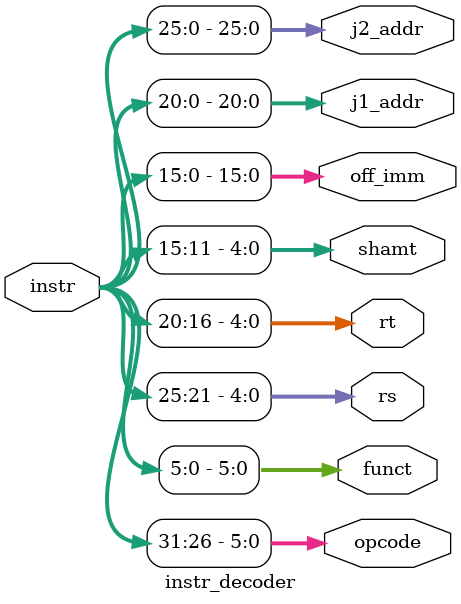
<source format=v>
`timescale 1ns/1ps

module instr_decoder(
    input [31:0] instr, 
    output [5:0] opcode, funct,
    output [4:0] rs, rt, shamt,
    output [15:0] off_imm,
    output [20:0] j1_addr,
    output [25:0] j2_addr);

    assign opcode = instr[31:26];
    assign funct = instr[5:0];
    assign rs = instr[25:21];
    assign rt = instr[20:16];
    assign shamt = instr[15:11];
    assign off_imm = instr[15:0];
    assign j1_addr = instr[20:0];
    assign j2_addr = instr[25:0];

endmodule 
</source>
